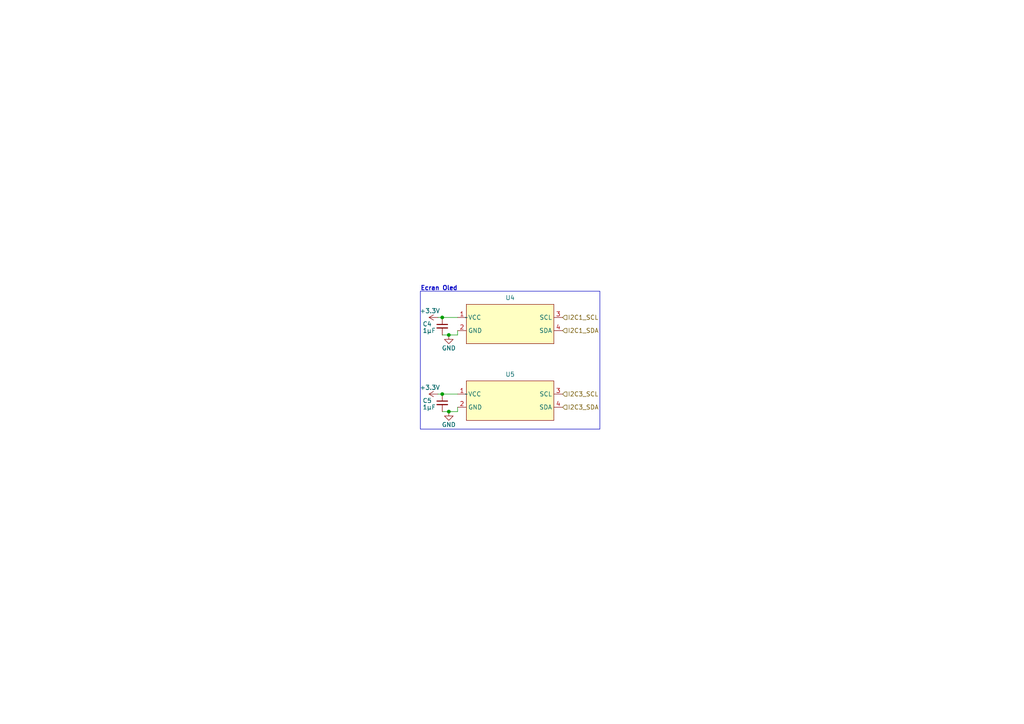
<source format=kicad_sch>
(kicad_sch (version 20230121) (generator eeschema)

  (uuid 0bc3de76-02f1-4c2e-a164-74cad18e0186)

  (paper "A4")

  (lib_symbols
    (symbol "Device:C_Small" (pin_numbers hide) (pin_names (offset 0.254) hide) (in_bom yes) (on_board yes)
      (property "Reference" "C" (at 0.254 1.778 0)
        (effects (font (size 1.27 1.27)) (justify left))
      )
      (property "Value" "C_Small" (at 0.254 -2.032 0)
        (effects (font (size 1.27 1.27)) (justify left))
      )
      (property "Footprint" "" (at 0 0 0)
        (effects (font (size 1.27 1.27)) hide)
      )
      (property "Datasheet" "~" (at 0 0 0)
        (effects (font (size 1.27 1.27)) hide)
      )
      (property "ki_keywords" "capacitor cap" (at 0 0 0)
        (effects (font (size 1.27 1.27)) hide)
      )
      (property "ki_description" "Unpolarized capacitor, small symbol" (at 0 0 0)
        (effects (font (size 1.27 1.27)) hide)
      )
      (property "ki_fp_filters" "C_*" (at 0 0 0)
        (effects (font (size 1.27 1.27)) hide)
      )
      (symbol "C_Small_0_1"
        (polyline
          (pts
            (xy -1.524 -0.508)
            (xy 1.524 -0.508)
          )
          (stroke (width 0.3302) (type default))
          (fill (type none))
        )
        (polyline
          (pts
            (xy -1.524 0.508)
            (xy 1.524 0.508)
          )
          (stroke (width 0.3048) (type default))
          (fill (type none))
        )
      )
      (symbol "C_Small_1_1"
        (pin passive line (at 0 2.54 270) (length 2.032)
          (name "~" (effects (font (size 1.27 1.27))))
          (number "1" (effects (font (size 1.27 1.27))))
        )
        (pin passive line (at 0 -2.54 90) (length 2.032)
          (name "~" (effects (font (size 1.27 1.27))))
          (number "2" (effects (font (size 1.27 1.27))))
        )
      )
    )
    (symbol "MesSymboles:MDOB128064WV-YBI" (in_bom yes) (on_board yes)
      (property "Reference" "U" (at 12.7 6.35 0)
        (effects (font (size 1.27 1.27)))
      )
      (property "Value" "" (at 0 0 0)
        (effects (font (size 1.27 1.27)))
      )
      (property "Footprint" "" (at 0 0 0)
        (effects (font (size 1.27 1.27)) hide)
      )
      (property "Datasheet" "" (at 0 0 0)
        (effects (font (size 1.27 1.27)) hide)
      )
      (symbol "MDOB128064WV-YBI_1_1"
        (rectangle (start 0 3.81) (end 25.4 -7.62)
          (stroke (width 0) (type default))
          (fill (type background))
        )
        (pin power_in line (at -2.54 0 0) (length 2.54)
          (name "VCC" (effects (font (size 1.27 1.27))))
          (number "1" (effects (font (size 1.27 1.27))))
        )
        (pin power_in line (at -2.54 -3.81 0) (length 2.54)
          (name "GND" (effects (font (size 1.27 1.27))))
          (number "2" (effects (font (size 1.27 1.27))))
        )
        (pin input line (at 27.94 0 180) (length 2.54)
          (name "SCL" (effects (font (size 1.27 1.27))))
          (number "3" (effects (font (size 1.27 1.27))))
        )
        (pin input line (at 27.94 -3.81 180) (length 2.54)
          (name "SDA" (effects (font (size 1.27 1.27))))
          (number "4" (effects (font (size 1.27 1.27))))
        )
      )
    )
    (symbol "power:+3.3V" (power) (pin_names (offset 0)) (in_bom yes) (on_board yes)
      (property "Reference" "#PWR" (at 0 -3.81 0)
        (effects (font (size 1.27 1.27)) hide)
      )
      (property "Value" "+3.3V" (at 0 3.556 0)
        (effects (font (size 1.27 1.27)))
      )
      (property "Footprint" "" (at 0 0 0)
        (effects (font (size 1.27 1.27)) hide)
      )
      (property "Datasheet" "" (at 0 0 0)
        (effects (font (size 1.27 1.27)) hide)
      )
      (property "ki_keywords" "global power" (at 0 0 0)
        (effects (font (size 1.27 1.27)) hide)
      )
      (property "ki_description" "Power symbol creates a global label with name \"+3.3V\"" (at 0 0 0)
        (effects (font (size 1.27 1.27)) hide)
      )
      (symbol "+3.3V_0_1"
        (polyline
          (pts
            (xy -0.762 1.27)
            (xy 0 2.54)
          )
          (stroke (width 0) (type default))
          (fill (type none))
        )
        (polyline
          (pts
            (xy 0 0)
            (xy 0 2.54)
          )
          (stroke (width 0) (type default))
          (fill (type none))
        )
        (polyline
          (pts
            (xy 0 2.54)
            (xy 0.762 1.27)
          )
          (stroke (width 0) (type default))
          (fill (type none))
        )
      )
      (symbol "+3.3V_1_1"
        (pin power_in line (at 0 0 90) (length 0) hide
          (name "+3.3V" (effects (font (size 1.27 1.27))))
          (number "1" (effects (font (size 1.27 1.27))))
        )
      )
    )
    (symbol "power:GND" (power) (pin_names (offset 0)) (in_bom yes) (on_board yes)
      (property "Reference" "#PWR" (at 0 -6.35 0)
        (effects (font (size 1.27 1.27)) hide)
      )
      (property "Value" "GND" (at 0 -3.81 0)
        (effects (font (size 1.27 1.27)))
      )
      (property "Footprint" "" (at 0 0 0)
        (effects (font (size 1.27 1.27)) hide)
      )
      (property "Datasheet" "" (at 0 0 0)
        (effects (font (size 1.27 1.27)) hide)
      )
      (property "ki_keywords" "global power" (at 0 0 0)
        (effects (font (size 1.27 1.27)) hide)
      )
      (property "ki_description" "Power symbol creates a global label with name \"GND\" , ground" (at 0 0 0)
        (effects (font (size 1.27 1.27)) hide)
      )
      (symbol "GND_0_1"
        (polyline
          (pts
            (xy 0 0)
            (xy 0 -1.27)
            (xy 1.27 -1.27)
            (xy 0 -2.54)
            (xy -1.27 -1.27)
            (xy 0 -1.27)
          )
          (stroke (width 0) (type default))
          (fill (type none))
        )
      )
      (symbol "GND_1_1"
        (pin power_in line (at 0 0 270) (length 0) hide
          (name "GND" (effects (font (size 1.27 1.27))))
          (number "1" (effects (font (size 1.27 1.27))))
        )
      )
    )
  )

  (junction (at 128.27 114.3) (diameter 0) (color 0 0 0 0)
    (uuid 12abcbeb-517b-43df-8456-c6b115b70bcf)
  )
  (junction (at 128.27 92.075) (diameter 0) (color 0 0 0 0)
    (uuid 9d4172d8-6157-4344-beb4-022cc75a4942)
  )
  (junction (at 130.175 119.38) (diameter 0) (color 0 0 0 0)
    (uuid a5d00389-33b4-4b64-957e-5fb3b98275c5)
  )
  (junction (at 130.175 97.155) (diameter 0) (color 0 0 0 0)
    (uuid d8cb73e4-9a42-46f5-88df-571fe720de8c)
  )

  (wire (pts (xy 130.175 97.155) (xy 132.715 97.155))
    (stroke (width 0) (type default))
    (uuid 0a464b2b-9a56-4167-b994-6156c9ff3750)
  )
  (wire (pts (xy 128.27 114.3) (xy 132.715 114.3))
    (stroke (width 0) (type default))
    (uuid 34164ae5-6316-4073-b06c-c94a59a647a2)
  )
  (wire (pts (xy 128.27 119.38) (xy 130.175 119.38))
    (stroke (width 0) (type default))
    (uuid 35859334-f3de-4ade-bdc5-c06d7e90150f)
  )
  (wire (pts (xy 127 114.3) (xy 128.27 114.3))
    (stroke (width 0) (type default))
    (uuid 40fbf6ac-bb98-417f-b8f9-a1a6de6993a0)
  )
  (wire (pts (xy 130.175 119.38) (xy 132.715 119.38))
    (stroke (width 0) (type default))
    (uuid 582b8e8e-130d-4dac-9b32-b3e9a56a15ea)
  )
  (wire (pts (xy 132.715 119.38) (xy 132.715 118.11))
    (stroke (width 0) (type default))
    (uuid 72ebd57f-65d2-4273-8342-30b6828198cf)
  )
  (wire (pts (xy 132.715 97.155) (xy 132.715 95.885))
    (stroke (width 0) (type default))
    (uuid 7ea7ec67-7ab8-4f8b-bc4a-7910ea4b0496)
  )
  (wire (pts (xy 128.27 97.155) (xy 130.175 97.155))
    (stroke (width 0) (type default))
    (uuid 874a8993-6b6c-4951-af5a-cf6cf379cffd)
  )
  (wire (pts (xy 128.27 92.075) (xy 132.715 92.075))
    (stroke (width 0) (type default))
    (uuid b0126337-50a6-43b3-be27-443958207901)
  )
  (wire (pts (xy 127 92.075) (xy 128.27 92.075))
    (stroke (width 0) (type default))
    (uuid da3ae75b-42c7-4eef-8ffd-01422dc91a17)
  )

  (rectangle (start 121.92 84.455) (end 173.99 124.46)
    (stroke (width 0) (type default))
    (fill (type none))
    (uuid f6771cb4-8bad-4fc3-ab5c-488470782a67)
  )

  (text "Ecran Oled" (at 121.92 84.455 0)
    (effects (font (size 1.27 1.27) (thickness 0.254) bold) (justify left bottom))
    (uuid 9aafbcc5-76cd-49a6-88fe-438ea14f0fbb)
  )

  (hierarchical_label "I2C1_SCL" (shape input) (at 163.195 92.075 0) (fields_autoplaced)
    (effects (font (size 1.27 1.27)) (justify left))
    (uuid 03593f6e-4f86-49b4-b405-799e943f618c)
  )
  (hierarchical_label "I2C3_SDA" (shape input) (at 163.195 118.11 0) (fields_autoplaced)
    (effects (font (size 1.27 1.27)) (justify left))
    (uuid 20fd7c47-8be4-424c-b56b-6719259d819f)
  )
  (hierarchical_label "I2C3_SCL" (shape input) (at 163.195 114.3 0) (fields_autoplaced)
    (effects (font (size 1.27 1.27)) (justify left))
    (uuid 2fb2b23c-5a79-4b69-9f4f-8ba97391b8a6)
  )
  (hierarchical_label "I2C1_SDA" (shape input) (at 163.195 95.885 0) (fields_autoplaced)
    (effects (font (size 1.27 1.27)) (justify left))
    (uuid bd44edce-2191-4344-8c5f-0d064e302682)
  )

  (symbol (lib_id "power:GND") (at 130.175 97.155 0) (unit 1)
    (in_bom yes) (on_board yes) (dnp no)
    (uuid 4a6dbcb8-2a72-4910-9030-6e7ef0df1f29)
    (property "Reference" "#PWR015" (at 130.175 103.505 0)
      (effects (font (size 1.27 1.27)) hide)
    )
    (property "Value" "GND" (at 130.175 100.965 0)
      (effects (font (size 1.27 1.27)))
    )
    (property "Footprint" "" (at 130.175 97.155 0)
      (effects (font (size 1.27 1.27)) hide)
    )
    (property "Datasheet" "" (at 130.175 97.155 0)
      (effects (font (size 1.27 1.27)) hide)
    )
    (pin "1" (uuid 903eea53-ea02-48c1-9cc0-0e4a1fe8aba6))
    (instances
      (project "Projet_PAZ"
        (path "/2ce892fe-c082-4bae-b2dd-3c3e6d69cf95/2766b73e-75e9-498f-b50e-3741c0db6e6f"
          (reference "#PWR015") (unit 1)
        )
      )
    )
  )

  (symbol (lib_id "Device:C_Small") (at 128.27 116.84 0) (unit 1)
    (in_bom yes) (on_board yes) (dnp no)
    (uuid 5ececc23-8e95-4bf5-ba9b-b1b643f07db9)
    (property "Reference" "C5" (at 122.555 116.205 0)
      (effects (font (size 1.27 1.27)) (justify left))
    )
    (property "Value" "1µF" (at 122.555 118.11 0)
      (effects (font (size 1.27 1.27)) (justify left))
    )
    (property "Footprint" "Capacitor_SMD:C_0603_1608Metric_Pad1.08x0.95mm_HandSolder" (at 128.27 116.84 0)
      (effects (font (size 1.27 1.27)) hide)
    )
    (property "Datasheet" "~" (at 128.27 116.84 0)
      (effects (font (size 1.27 1.27)) hide)
    )
    (pin "2" (uuid 7085eb0d-375a-401d-8ee7-aa311034c28f))
    (pin "1" (uuid f4afd8b4-aaa3-491f-9964-e1a9eaae9f2e))
    (instances
      (project "Projet_PAZ"
        (path "/2ce892fe-c082-4bae-b2dd-3c3e6d69cf95/2766b73e-75e9-498f-b50e-3741c0db6e6f"
          (reference "C5") (unit 1)
        )
      )
    )
  )

  (symbol (lib_id "power:+3.3V") (at 127 114.3 90) (unit 1)
    (in_bom yes) (on_board yes) (dnp no)
    (uuid a0f284cd-bdd9-473f-8c2b-269e5d542a07)
    (property "Reference" "#PWR014" (at 130.81 114.3 0)
      (effects (font (size 1.27 1.27)) hide)
    )
    (property "Value" "+3.3V" (at 127.635 112.395 90)
      (effects (font (size 1.27 1.27)) (justify left))
    )
    (property "Footprint" "" (at 127 114.3 0)
      (effects (font (size 1.27 1.27)) hide)
    )
    (property "Datasheet" "" (at 127 114.3 0)
      (effects (font (size 1.27 1.27)) hide)
    )
    (pin "1" (uuid 81224302-22ab-4143-8ea3-dd9f694dce6e))
    (instances
      (project "Projet_PAZ"
        (path "/2ce892fe-c082-4bae-b2dd-3c3e6d69cf95/2766b73e-75e9-498f-b50e-3741c0db6e6f"
          (reference "#PWR014") (unit 1)
        )
      )
    )
  )

  (symbol (lib_id "power:GND") (at 130.175 119.38 0) (unit 1)
    (in_bom yes) (on_board yes) (dnp no)
    (uuid be9f1efb-f79a-4d00-b947-e36680fa4b4b)
    (property "Reference" "#PWR016" (at 130.175 125.73 0)
      (effects (font (size 1.27 1.27)) hide)
    )
    (property "Value" "GND" (at 130.175 123.19 0)
      (effects (font (size 1.27 1.27)))
    )
    (property "Footprint" "" (at 130.175 119.38 0)
      (effects (font (size 1.27 1.27)) hide)
    )
    (property "Datasheet" "" (at 130.175 119.38 0)
      (effects (font (size 1.27 1.27)) hide)
    )
    (pin "1" (uuid 5796e94a-928b-458c-bb0f-0a1b9849ed29))
    (instances
      (project "Projet_PAZ"
        (path "/2ce892fe-c082-4bae-b2dd-3c3e6d69cf95/2766b73e-75e9-498f-b50e-3741c0db6e6f"
          (reference "#PWR016") (unit 1)
        )
      )
    )
  )

  (symbol (lib_id "MesSymboles:MDOB128064WV-YBI") (at 135.255 114.3 0) (unit 1)
    (in_bom yes) (on_board yes) (dnp no) (fields_autoplaced)
    (uuid bf39b623-42c8-43f2-9ff2-187282cb3e66)
    (property "Reference" "U5" (at 147.955 108.585 0)
      (effects (font (size 1.27 1.27)))
    )
    (property "Value" "~" (at 135.255 114.3 0)
      (effects (font (size 1.27 1.27)))
    )
    (property "Footprint" "Connector_JST:JST_XH_B4B-XH-A_1x04_P2.50mm_Vertical" (at 135.255 114.3 0)
      (effects (font (size 1.27 1.27)) hide)
    )
    (property "Datasheet" "" (at 135.255 114.3 0)
      (effects (font (size 1.27 1.27)) hide)
    )
    (pin "3" (uuid 3eebb9cc-d832-4dbb-b477-6775fbe61f23))
    (pin "4" (uuid 39325a72-ebfd-45fe-ad21-d004b5ddc0b7))
    (pin "1" (uuid 904c2d09-0660-47ae-ba44-e2d33c1a6207))
    (pin "2" (uuid 938f81fb-f136-400e-823b-a738bfe64243))
    (instances
      (project "Projet_PAZ"
        (path "/2ce892fe-c082-4bae-b2dd-3c3e6d69cf95/2766b73e-75e9-498f-b50e-3741c0db6e6f"
          (reference "U5") (unit 1)
        )
      )
    )
  )

  (symbol (lib_id "power:+3.3V") (at 127 92.075 90) (unit 1)
    (in_bom yes) (on_board yes) (dnp no)
    (uuid d93949a7-6702-4b04-99ce-5082c3d159b1)
    (property "Reference" "#PWR013" (at 130.81 92.075 0)
      (effects (font (size 1.27 1.27)) hide)
    )
    (property "Value" "+3.3V" (at 127.635 90.17 90)
      (effects (font (size 1.27 1.27)) (justify left))
    )
    (property "Footprint" "" (at 127 92.075 0)
      (effects (font (size 1.27 1.27)) hide)
    )
    (property "Datasheet" "" (at 127 92.075 0)
      (effects (font (size 1.27 1.27)) hide)
    )
    (pin "1" (uuid 3c720d73-0b51-41c0-9064-a3aae77bd542))
    (instances
      (project "Projet_PAZ"
        (path "/2ce892fe-c082-4bae-b2dd-3c3e6d69cf95/2766b73e-75e9-498f-b50e-3741c0db6e6f"
          (reference "#PWR013") (unit 1)
        )
      )
    )
  )

  (symbol (lib_id "Device:C_Small") (at 128.27 94.615 0) (unit 1)
    (in_bom yes) (on_board yes) (dnp no)
    (uuid edca99cb-12c2-41a1-b62d-3a5112b5a350)
    (property "Reference" "C4" (at 122.555 93.98 0)
      (effects (font (size 1.27 1.27)) (justify left))
    )
    (property "Value" "1µF" (at 122.555 95.885 0)
      (effects (font (size 1.27 1.27)) (justify left))
    )
    (property "Footprint" "Capacitor_SMD:C_0603_1608Metric_Pad1.08x0.95mm_HandSolder" (at 128.27 94.615 0)
      (effects (font (size 1.27 1.27)) hide)
    )
    (property "Datasheet" "~" (at 128.27 94.615 0)
      (effects (font (size 1.27 1.27)) hide)
    )
    (pin "2" (uuid 5fcd0c07-f66e-4ff1-b3ba-e415728392f3))
    (pin "1" (uuid c1cf312a-9f59-4a5e-95a0-9464ad9ac967))
    (instances
      (project "Projet_PAZ"
        (path "/2ce892fe-c082-4bae-b2dd-3c3e6d69cf95/2766b73e-75e9-498f-b50e-3741c0db6e6f"
          (reference "C4") (unit 1)
        )
      )
    )
  )

  (symbol (lib_id "MesSymboles:MDOB128064WV-YBI") (at 135.255 92.075 0) (unit 1)
    (in_bom yes) (on_board yes) (dnp no) (fields_autoplaced)
    (uuid fdad71f2-b6e0-44fd-9806-13b22e568c7b)
    (property "Reference" "U4" (at 147.955 86.36 0)
      (effects (font (size 1.27 1.27)))
    )
    (property "Value" "~" (at 135.255 92.075 0)
      (effects (font (size 1.27 1.27)))
    )
    (property "Footprint" "Connector_JST:JST_XH_B4B-XH-A_1x04_P2.50mm_Vertical" (at 135.255 92.075 0)
      (effects (font (size 1.27 1.27)) hide)
    )
    (property "Datasheet" "" (at 135.255 92.075 0)
      (effects (font (size 1.27 1.27)) hide)
    )
    (pin "3" (uuid 7b90b6a8-f77d-4235-9d5e-5d179644ca83))
    (pin "4" (uuid 03a8c7f0-9ac8-4cf1-a736-bb309ea20151))
    (pin "1" (uuid 6bcb4146-d518-46b4-a9ba-40857546dfa7))
    (pin "2" (uuid 17f37395-3f45-4bb1-95d1-f3a795189cb2))
    (instances
      (project "Projet_PAZ"
        (path "/2ce892fe-c082-4bae-b2dd-3c3e6d69cf95/2766b73e-75e9-498f-b50e-3741c0db6e6f"
          (reference "U4") (unit 1)
        )
      )
    )
  )
)

</source>
